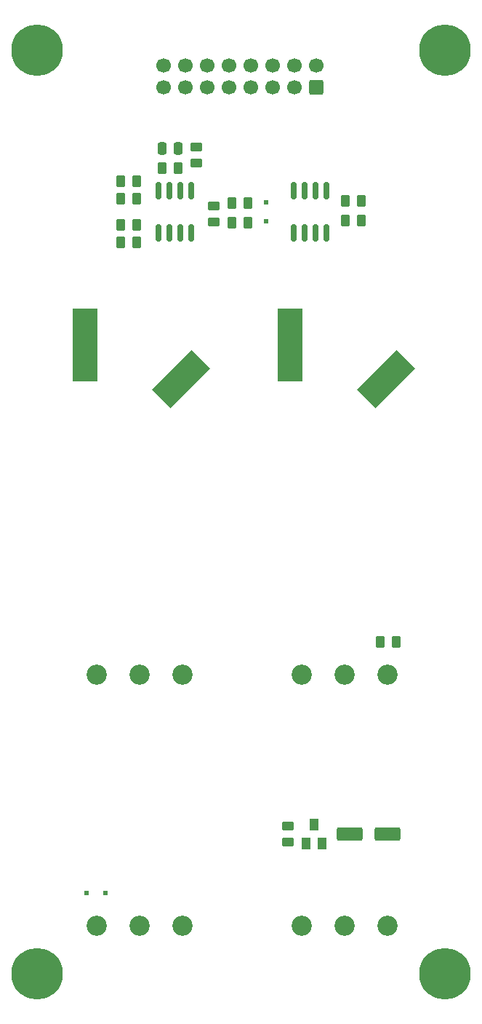
<source format=gbr>
%TF.GenerationSoftware,KiCad,Pcbnew,(6.0.0-0)*%
%TF.CreationDate,2022-11-10T22:32:45-05:00*%
%TF.ProjectId,ADSR-Generator,41445352-2d47-4656-9e65-7261746f722e,rev?*%
%TF.SameCoordinates,Original*%
%TF.FileFunction,Soldermask,Bot*%
%TF.FilePolarity,Negative*%
%FSLAX46Y46*%
G04 Gerber Fmt 4.6, Leading zero omitted, Abs format (unit mm)*
G04 Created by KiCad (PCBNEW (6.0.0-0)) date 2022-11-10 22:32:45*
%MOMM*%
%LPD*%
G01*
G04 APERTURE LIST*
G04 Aperture macros list*
%AMRoundRect*
0 Rectangle with rounded corners*
0 $1 Rounding radius*
0 $2 $3 $4 $5 $6 $7 $8 $9 X,Y pos of 4 corners*
0 Add a 4 corners polygon primitive as box body*
4,1,4,$2,$3,$4,$5,$6,$7,$8,$9,$2,$3,0*
0 Add four circle primitives for the rounded corners*
1,1,$1+$1,$2,$3*
1,1,$1+$1,$4,$5*
1,1,$1+$1,$6,$7*
1,1,$1+$1,$8,$9*
0 Add four rect primitives between the rounded corners*
20,1,$1+$1,$2,$3,$4,$5,0*
20,1,$1+$1,$4,$5,$6,$7,0*
20,1,$1+$1,$6,$7,$8,$9,0*
20,1,$1+$1,$8,$9,$2,$3,0*%
%AMRotRect*
0 Rectangle, with rotation*
0 The origin of the aperture is its center*
0 $1 length*
0 $2 width*
0 $3 Rotation angle, in degrees counterclockwise*
0 Add horizontal line*
21,1,$1,$2,0,0,$3*%
G04 Aperture macros list end*
%ADD10RoundRect,0.250000X1.250000X0.550000X-1.250000X0.550000X-1.250000X-0.550000X1.250000X-0.550000X0*%
%ADD11RoundRect,0.250000X0.262500X0.450000X-0.262500X0.450000X-0.262500X-0.450000X0.262500X-0.450000X0*%
%ADD12RoundRect,0.250000X-0.262500X-0.450000X0.262500X-0.450000X0.262500X0.450000X-0.262500X0.450000X0*%
%ADD13R,0.500000X0.500000*%
%ADD14RoundRect,0.250000X0.450000X-0.262500X0.450000X0.262500X-0.450000X0.262500X-0.450000X-0.262500X0*%
%ADD15C,0.800000*%
%ADD16C,6.000000*%
%ADD17RoundRect,0.150000X-0.150000X0.825000X-0.150000X-0.825000X0.150000X-0.825000X0.150000X0.825000X0*%
%ADD18C,2.340000*%
%ADD19RoundRect,0.250000X-0.450000X0.262500X-0.450000X-0.262500X0.450000X-0.262500X0.450000X0.262500X0*%
%ADD20R,1.000000X1.400000*%
%ADD21RotRect,3.000000X6.500000X315.000000*%
%ADD22R,3.000000X8.500000*%
%ADD23C,1.700000*%
%ADD24RoundRect,0.250000X0.600000X-0.600000X0.600000X0.600000X-0.600000X0.600000X-0.600000X-0.600000X0*%
%ADD25RoundRect,0.250000X-0.250000X-0.475000X0.250000X-0.475000X0.250000X0.475000X-0.250000X0.475000X0*%
G04 APERTURE END LIST*
D10*
%TO.C,C2*%
X251120000Y-132842000D03*
X246720000Y-132842000D03*
%TD*%
D11*
%TO.C,R9*%
X234846500Y-61722000D03*
X233021500Y-61722000D03*
%TD*%
D12*
%TO.C,R12*%
X246229500Y-59182000D03*
X248054500Y-59182000D03*
%TD*%
D13*
%TO.C,D1*%
X236982000Y-59352000D03*
X236982000Y-61552000D03*
%TD*%
D14*
%TO.C,R6*%
X228854000Y-52935500D03*
X228854000Y-54760500D03*
%TD*%
D15*
%TO.C,REF\u002A\u002A*%
X260060000Y-149098000D03*
X259400990Y-147507010D03*
X257810000Y-146848000D03*
X259400990Y-150688990D03*
X257810000Y-151348000D03*
X255560000Y-149098000D03*
D16*
X257810000Y-149098000D03*
D15*
X256219010Y-147507010D03*
X256219010Y-150688990D03*
%TD*%
%TO.C,REF\u002A\u002A*%
X212562000Y-149098000D03*
X211902990Y-147507010D03*
X210312000Y-146848000D03*
X211902990Y-150688990D03*
X210312000Y-151348000D03*
X208062000Y-149098000D03*
D16*
X210312000Y-149098000D03*
D15*
X208721010Y-147507010D03*
X208721010Y-150688990D03*
%TD*%
%TO.C,REF\u002A\u002A*%
X260060000Y-41656000D03*
X259400990Y-40065010D03*
X257810000Y-39406000D03*
X259400990Y-43246990D03*
X257810000Y-43906000D03*
X255560000Y-41656000D03*
D16*
X257810000Y-41656000D03*
D15*
X256219010Y-40065010D03*
X256219010Y-43246990D03*
%TD*%
%TO.C,REF\u002A\u002A*%
X212562000Y-41656000D03*
X211902990Y-40065010D03*
X210312000Y-39406000D03*
X211902990Y-43246990D03*
X210312000Y-43906000D03*
X208062000Y-41656000D03*
D16*
X210312000Y-41656000D03*
D15*
X208721010Y-40065010D03*
X208721010Y-43246990D03*
%TD*%
D17*
%TO.C,U2*%
X240157000Y-57977000D03*
X241427000Y-57977000D03*
X242697000Y-57977000D03*
X243967000Y-57977000D03*
X243967000Y-62927000D03*
X242697000Y-62927000D03*
X241427000Y-62927000D03*
X240157000Y-62927000D03*
%TD*%
%TO.C,U1*%
X224409000Y-62927000D03*
X225679000Y-62927000D03*
X226949000Y-62927000D03*
X228219000Y-62927000D03*
X228219000Y-57977000D03*
X226949000Y-57977000D03*
X225679000Y-57977000D03*
X224409000Y-57977000D03*
%TD*%
D18*
%TO.C,RV4*%
X217250000Y-143504000D03*
X222250000Y-143504000D03*
X227250000Y-143504000D03*
%TD*%
%TO.C,RV3*%
X241126000Y-114300000D03*
X246126000Y-114300000D03*
X251126000Y-114300000D03*
%TD*%
%TO.C,RV2*%
X227250000Y-114294000D03*
X222250000Y-114294000D03*
X217250000Y-114294000D03*
%TD*%
%TO.C,RV1*%
X241126000Y-143510000D03*
X246126000Y-143510000D03*
X251126000Y-143510000D03*
%TD*%
D11*
%TO.C,R13*%
X248054500Y-61468000D03*
X246229500Y-61468000D03*
%TD*%
D12*
%TO.C,R11*%
X250293500Y-110490000D03*
X252118500Y-110490000D03*
%TD*%
D14*
%TO.C,R10*%
X230886000Y-61618500D03*
X230886000Y-59793500D03*
%TD*%
D19*
%TO.C,R8*%
X239522000Y-131929500D03*
X239522000Y-133754500D03*
%TD*%
D12*
%TO.C,R7*%
X233021500Y-59436000D03*
X234846500Y-59436000D03*
%TD*%
D11*
%TO.C,R5*%
X224893500Y-55372000D03*
X226718500Y-55372000D03*
%TD*%
D12*
%TO.C,R4*%
X221892500Y-61976000D03*
X220067500Y-61976000D03*
%TD*%
D11*
%TO.C,R3*%
X220067500Y-64008000D03*
X221892500Y-64008000D03*
%TD*%
%TO.C,R2*%
X220067500Y-56896000D03*
X221892500Y-56896000D03*
%TD*%
D12*
%TO.C,R1*%
X221892500Y-58928000D03*
X220067500Y-58928000D03*
%TD*%
D20*
%TO.C,Q1*%
X243520000Y-133942000D03*
X242570000Y-131742000D03*
X241620000Y-133942000D03*
%TD*%
D21*
%TO.C,J3*%
X250949000Y-79899000D03*
D22*
X239739000Y-75917000D03*
%TD*%
D21*
%TO.C,J2*%
X227048000Y-79929000D03*
D22*
X215838000Y-75947000D03*
%TD*%
D23*
%TO.C,J1*%
X225044000Y-43434000D03*
X227584000Y-43434000D03*
X230124000Y-43434000D03*
X232664000Y-43434000D03*
X235204000Y-43434000D03*
X237744000Y-43434000D03*
X240284000Y-43434000D03*
X242824000Y-43434000D03*
X225044000Y-45974000D03*
X227584000Y-45974000D03*
X230124000Y-45974000D03*
X232664000Y-45974000D03*
X235204000Y-45974000D03*
X237744000Y-45974000D03*
X240284000Y-45974000D03*
D24*
X242824000Y-45974000D03*
%TD*%
D13*
%TO.C,D2*%
X218270000Y-139700000D03*
X216070000Y-139700000D03*
%TD*%
D25*
%TO.C,C1*%
X226756000Y-53086000D03*
X224856000Y-53086000D03*
%TD*%
M02*

</source>
